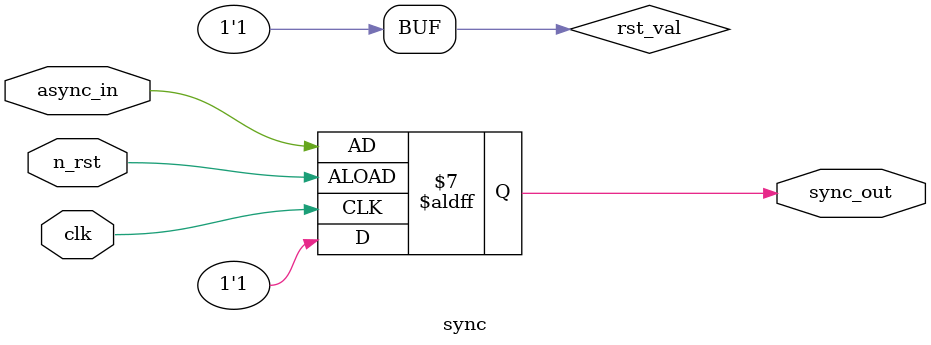
<source format=sv>

module sync
#(
	parameter ACTIVE_HIGH = 1
)
(
	input clk,
	input n_rst,
	input async_in,
	output logic sync_out
);

	reg midline = 0; //Connector between flip-flops.

	logic rst_val;
	always_comb
	begin
		if (ACTIVE_HIGH == 1)
		begin
			rst_val = 1'b1;
		end else
		begin
			rst_val = 1'b0;
		end
	end

	//first flip-flop
	always_ff @ (posedge clk, posedge n_rst)
	begin
		if (n_rst == 1'b0)
		begin
			midline <= rst_val;
		end else
		begin
			midline <= async_in;
		end
	end
	
	//second flip-flop
	always_ff @ (posedge clk, posedge n_rst)
	begin
		if (n_rst == 1'b0)
		begin
			sync_out <= rst_val;
		end else
		begin
			sync_out <= async_in;
		end
	end

endmodule

</source>
